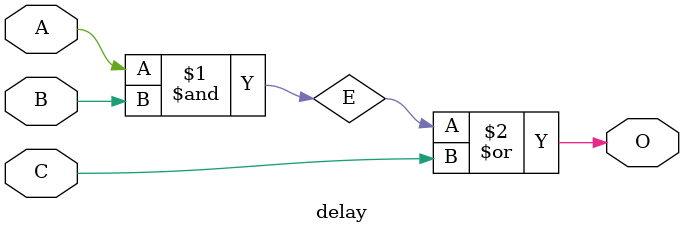
<source format=v>
`timescale 1ns / 1ps


module delay(A,B,C,O);

input A,B,C;
output O;
wire E;

assign #5 E = A & B;
assign #4 O = E | C;

endmodule


</source>
